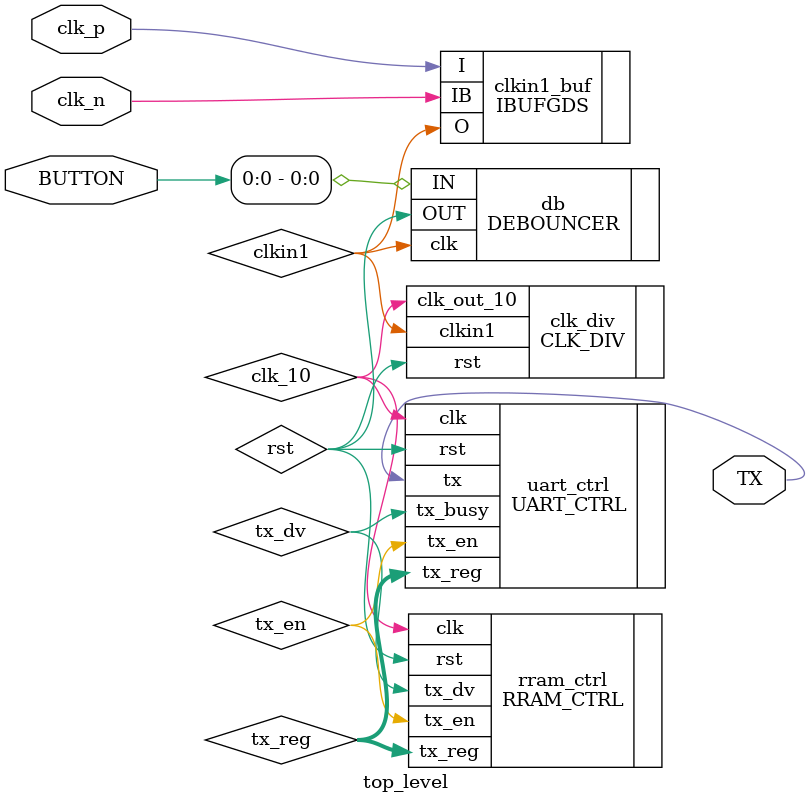
<source format=v>
`timescale 1ns / 1ps

module top_level(
    input  clk_p,
    input  clk_n,
    input [4:0] BUTTON,
    output TX
    );
    
    wire rst;
    wire clkin1, clk_100, clk_10;
    wire [63:0] tx_reg;
    wire tx_en, tx_dv;
    wire [7:0] temp;

    //Input Clk buffer
    IBUFGDS clkin1_buf(
        .O  (clkin1),
        .I  (clk_p),
        .IB (clk_n)
    );

    //Clk Divider - MMCM
    CLK_DIV #(
        .MULTI(3.0)
    ) clk_div(
        .clkin1(clkin1),
        .rst(rst),
        .clk_out_10(clk_10)
    );

    //Button Debouncer
    DEBOUNCER #(
        .DELAY(8)
    ) db (
        .clk(clkin1),
        .IN(BUTTON[0]),
        .OUT(rst)
    );

    //Output Serial Data
    UART_CTRL uart_ctrl(
        .clk(clk_10),
        .rst(rst),
        .tx_reg(tx_reg),
        .tx_en(tx_en),
        .tx_busy(tx_dv),
        .tx(TX)
    );
    
    //RRAM controler
    RRAM_CTRL #(
        .g_RRAM_INV(5),//1,3,5,7
        .g_RRAM_CELLS(64)
    ) rram_ctrl (
        .clk(clk_10),
        .rst(rst),
        .tx_dv(tx_dv),
        .tx_en(tx_en),
        .tx_reg(tx_reg)
    );


endmodule

</source>
